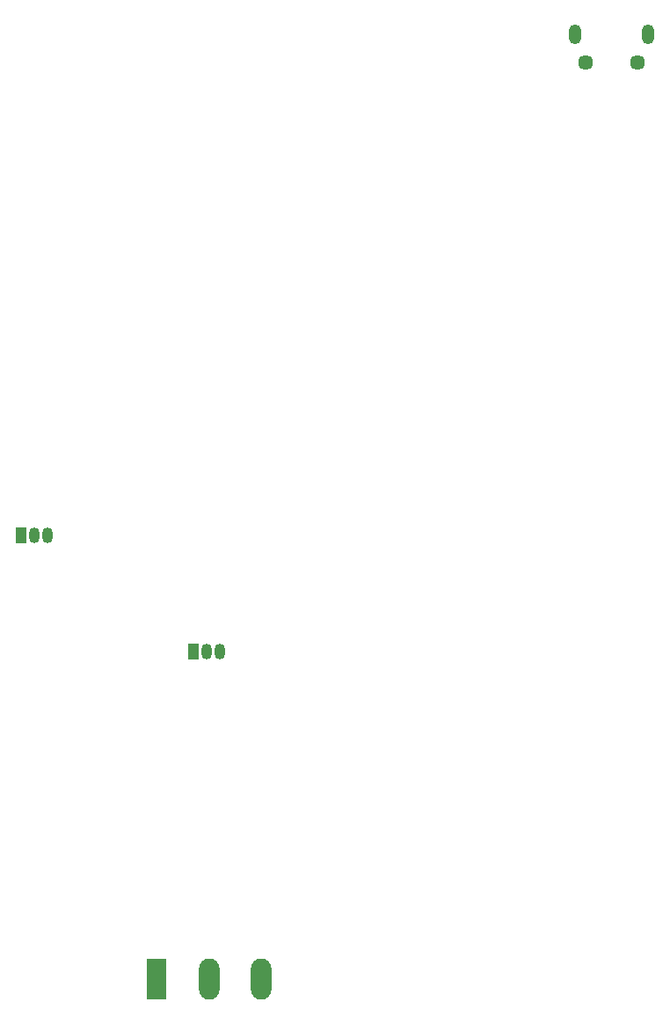
<source format=gbr>
%TF.GenerationSoftware,KiCad,Pcbnew,(5.1.10)-1*%
%TF.CreationDate,2021-11-14T07:07:01-06:00*%
%TF.ProjectId,SeniorDes_PCB,53656e69-6f72-4446-9573-5f5043422e6b,rev?*%
%TF.SameCoordinates,Original*%
%TF.FileFunction,Copper,L2,Bot*%
%TF.FilePolarity,Positive*%
%FSLAX46Y46*%
G04 Gerber Fmt 4.6, Leading zero omitted, Abs format (unit mm)*
G04 Created by KiCad (PCBNEW (5.1.10)-1) date 2021-11-14 07:07:01*
%MOMM*%
%LPD*%
G01*
G04 APERTURE LIST*
%TA.AperFunction,ComponentPad*%
%ADD10R,1.050000X1.500000*%
%TD*%
%TA.AperFunction,ComponentPad*%
%ADD11O,1.050000X1.500000*%
%TD*%
%TA.AperFunction,ComponentPad*%
%ADD12O,1.980000X3.960000*%
%TD*%
%TA.AperFunction,ComponentPad*%
%ADD13R,1.980000X3.960000*%
%TD*%
%TA.AperFunction,ComponentPad*%
%ADD14O,1.200000X1.900000*%
%TD*%
%TA.AperFunction,ComponentPad*%
%ADD15C,1.450000*%
%TD*%
G04 APERTURE END LIST*
D10*
%TO.P,Q2,1*%
%TO.N,DTR*%
X125140000Y-100030000D03*
D11*
%TO.P,Q2,3*%
%TO.N,IO0*%
X127680000Y-100030000D03*
%TO.P,Q2,2*%
%TO.N,Net-(Q2-Pad2)*%
X126410000Y-100030000D03*
%TD*%
D10*
%TO.P,Q1,1*%
%TO.N,RTS*%
X141740000Y-111180000D03*
D11*
%TO.P,Q1,3*%
%TO.N,EN*%
X144280000Y-111180000D03*
%TO.P,Q1,2*%
%TO.N,Net-(Q1-Pad2)*%
X143010000Y-111180000D03*
%TD*%
D12*
%TO.P,J2,3*%
%TO.N,/pH*%
X148190000Y-142680000D03*
%TO.P,J2,2*%
%TO.N,/Fertility*%
X143190000Y-142680000D03*
D13*
%TO.P,J2,1*%
%TO.N,/Moisture*%
X138190000Y-142680000D03*
%TD*%
D14*
%TO.P,J1,6*%
%TO.N,GND*%
X178490000Y-51842500D03*
X185490000Y-51842500D03*
D15*
X179490000Y-54542500D03*
X184490000Y-54542500D03*
%TD*%
M02*

</source>
